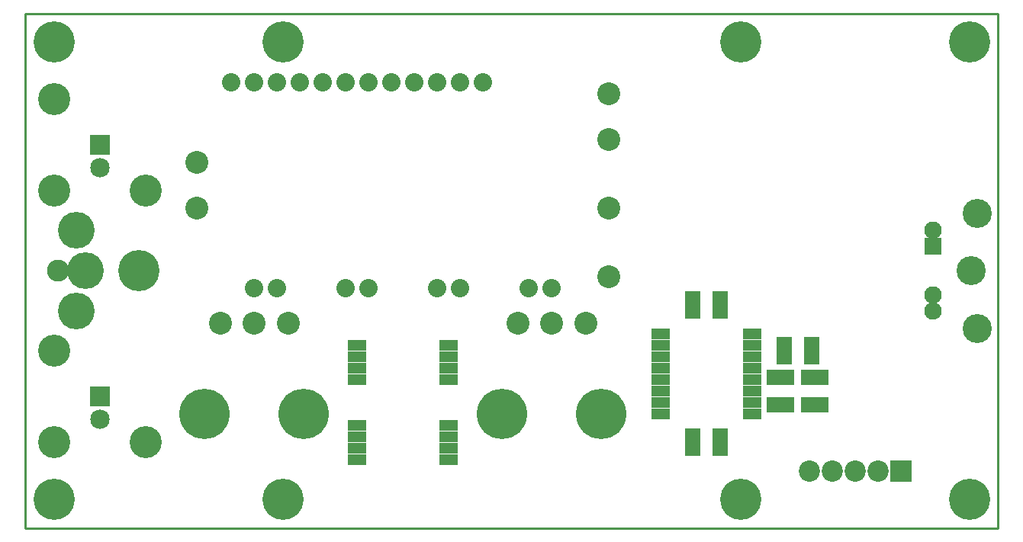
<source format=gts>
G04 (created by PCBNEW-RS274X (2011-05-25)-stable) date Wed 18 Sep 2013 05:27:13 PM EDT*
G01*
G70*
G90*
%MOIN*%
G04 Gerber Fmt 3.4, Leading zero omitted, Abs format*
%FSLAX34Y34*%
G04 APERTURE LIST*
%ADD10C,0.006000*%
%ADD11C,0.009000*%
%ADD12C,0.127000*%
%ADD13C,0.076000*%
%ADD14R,0.076000X0.076000*%
%ADD15C,0.180000*%
%ADD16C,0.080000*%
%ADD17R,0.080000X0.045000*%
%ADD18C,0.100000*%
%ADD19R,0.070000X0.120000*%
%ADD20R,0.120000X0.070000*%
%ADD21C,0.220000*%
%ADD22C,0.096000*%
%ADD23C,0.160000*%
%ADD24C,0.140000*%
%ADD25R,0.085000X0.085000*%
%ADD26C,0.085000*%
%ADD27C,0.093000*%
%ADD28R,0.093000X0.093000*%
G04 APERTURE END LIST*
G54D10*
G54D11*
X29500Y-30500D02*
X29500Y-53000D01*
X72000Y-30500D02*
X29500Y-30500D01*
X72000Y-53000D02*
X72000Y-30500D01*
X29500Y-53000D02*
X72000Y-53000D01*
G54D12*
X71090Y-44270D03*
X71090Y-39230D03*
G54D13*
X69170Y-43520D03*
X69170Y-39980D03*
X69170Y-42815D03*
G54D14*
X69170Y-40685D03*
G54D12*
X70820Y-41750D03*
G54D15*
X30750Y-51750D03*
X40750Y-51750D03*
X30750Y-31750D03*
X60750Y-51750D03*
X70750Y-31750D03*
X70750Y-51750D03*
G54D16*
X44500Y-42500D03*
X43500Y-42500D03*
X40500Y-42500D03*
X39500Y-42500D03*
X47500Y-42500D03*
X48500Y-42500D03*
X51500Y-42500D03*
X52500Y-42500D03*
X38500Y-33500D03*
X39500Y-33500D03*
X40500Y-33500D03*
X41500Y-33500D03*
X42500Y-33500D03*
X43500Y-33500D03*
X44500Y-33500D03*
X45500Y-33500D03*
X46500Y-33500D03*
X47500Y-33500D03*
X48500Y-33500D03*
X49500Y-33500D03*
G54D17*
X57250Y-44500D03*
X57250Y-45000D03*
X57250Y-45500D03*
X57250Y-46000D03*
X57250Y-46500D03*
X57250Y-47000D03*
X57250Y-47500D03*
X57250Y-48000D03*
X61250Y-48000D03*
X61250Y-47500D03*
X61250Y-47000D03*
X61250Y-46500D03*
X61250Y-46000D03*
X61250Y-45500D03*
X61250Y-45000D03*
X61250Y-44500D03*
G54D18*
X37000Y-39000D03*
X37000Y-37000D03*
X55000Y-34000D03*
X55000Y-36000D03*
X55000Y-39000D03*
X55000Y-42000D03*
G54D17*
X44000Y-48500D03*
X44000Y-49000D03*
X44000Y-49500D03*
X44000Y-50000D03*
X48000Y-50000D03*
X48000Y-49500D03*
X48000Y-49000D03*
X48000Y-48500D03*
G54D19*
X59850Y-43250D03*
X58650Y-43250D03*
X63850Y-45250D03*
X62650Y-45250D03*
X59850Y-49250D03*
X58650Y-49250D03*
G54D20*
X64000Y-47600D03*
X64000Y-46400D03*
X62500Y-47600D03*
X62500Y-46400D03*
G54D21*
X41670Y-48000D03*
X37330Y-48000D03*
G54D18*
X39500Y-44060D03*
X40980Y-44060D03*
X38020Y-44060D03*
G54D21*
X54670Y-48000D03*
X50330Y-48000D03*
G54D18*
X52500Y-44060D03*
X53980Y-44060D03*
X51020Y-44060D03*
G54D15*
X40750Y-31750D03*
G54D22*
X30930Y-41750D03*
G54D23*
X32110Y-41750D03*
G54D15*
X34470Y-41750D03*
G54D23*
X31720Y-39980D03*
X31720Y-43520D03*
G54D24*
X30750Y-38250D03*
X30750Y-34250D03*
G54D25*
X32750Y-36250D03*
G54D26*
X32750Y-37250D03*
G54D24*
X34750Y-38250D03*
X30750Y-49250D03*
X30750Y-45250D03*
G54D25*
X32750Y-47250D03*
G54D26*
X32750Y-48250D03*
G54D24*
X34750Y-49250D03*
G54D17*
X44000Y-45000D03*
X44000Y-45500D03*
X44000Y-46000D03*
X44000Y-46500D03*
X48000Y-46500D03*
X48000Y-46000D03*
X48000Y-45500D03*
X48000Y-45000D03*
G54D27*
X66750Y-50500D03*
X65750Y-50500D03*
G54D28*
X67750Y-50500D03*
G54D27*
X64750Y-50500D03*
X63750Y-50500D03*
G54D15*
X60750Y-31750D03*
M02*

</source>
